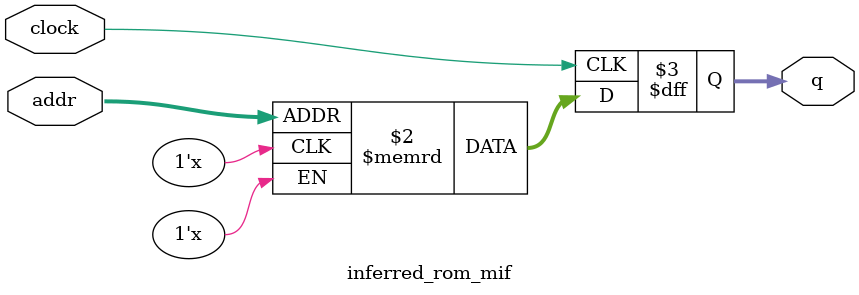
<source format=v>
module inferred_rom_mif (
	input 	   [7:0] 	addr,
	input 				   clock,
	output reg  [15:0] 	q);
   
   // note init directive is for synthesis, doesn't simulate!!!
   (* ram_init_file = "verilog/rom_contents.mif" *) reg [15:0] M [0:255];
   
   always @(posedge clock)
      q <= M[addr];
      
endmodule

</source>
